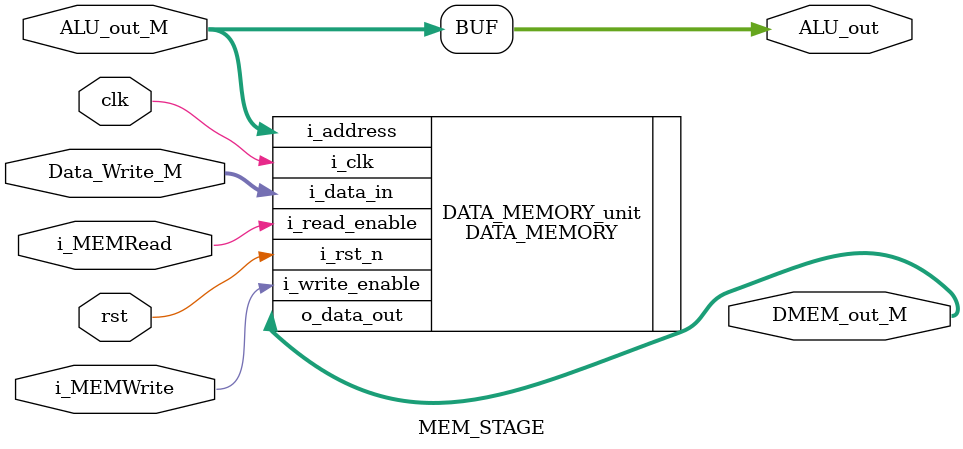
<source format=v>

module MEM_STAGE(
    input clk, rst,
    input [15:0] ALU_out_M, Data_Write_M,
    input i_MEMWrite, i_MEMRead,
    output [15:0] ALU_out, DMEM_out_M
);

DATA_MEMORY DATA_MEMORY_unit(
    .i_clk(clk),
    .i_rst_n(rst),
    .i_write_enable(i_MEMWrite),
    .i_read_enable(i_MEMRead),
    .i_data_in(Data_Write_M),
    .i_address(ALU_out_M),
    .o_data_out(DMEM_out_M)
);

assign ALU_out = ALU_out_M;

endmodule
</source>
